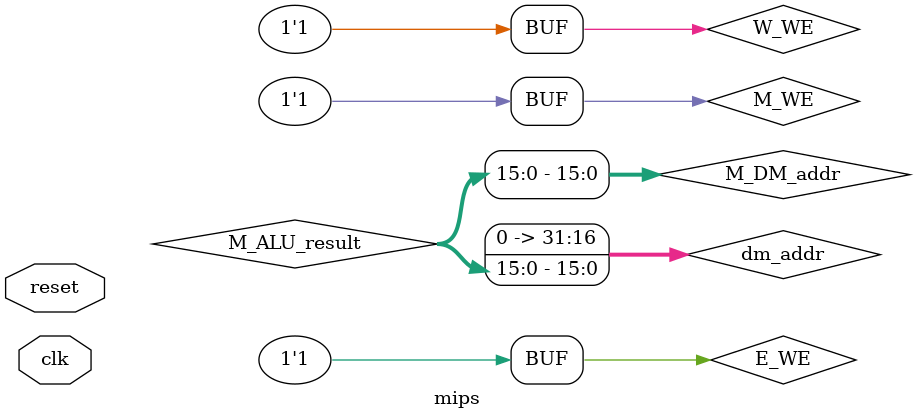
<source format=v>
`timescale 1ns / 1ps
module mips(
   input clk,
   input reset
);
//stop
wire stop;
//forward
wire [31:0] D_Forward_RD2,D_Forward_RD1,E_Forward_RD2,E_Forward_RD1,M_Forward_RD2;
//****************************** F ******************************
//IFU
wire [31:0] F_NPC;
wire [31:0] F_PC;
wire [31:0] F_command;
wire PC_WE;
assign F_NPC = (D_zero === 1) ?(D_PC + 4 + {{14{D_imm15[15]}},D_imm15,2'b00})://beq
               (D_PC_op === 2)?({D_PC[31:28],D_imm25,2'b00})://jal
               (D_PC_op === 3)?(D_Forward_RD1)://jr
               (F_PC + 4);//???
assign PC_WE = (stop == 0); 
IFU IFUuut (
	.res(reset), //input
	.clk(clk), 
	.NPC(F_NPC),
    .PC_WE(PC_WE),
	.PC(F_PC), //output
	.command(F_command)
	);

//****************************** D ******************************
wire D_WE;
assign D_WE = (stop == 0);
wire [31:0] D_PC;
wire [31:0] D_command;
//D_REG
D_REG D (
	.clk(clk), //input
	.res(reset), //delay branching will carry out the next command anyway!
	.F_command(F_command), 
	.F_PC(F_PC), 
    .D_WE(D_WE), 
	.D_command(D_command),//output 
	.D_PC(D_PC)
	);
//D_CTR
wire [4:0] D_rs,D_rt;
wire [15:0] D_imm15;
wire [25:0] D_imm25;
wire [1:0] D_EXT_op,D_PC_op;
wire [1:0] T_use_rs,T_use_rt;
CTR D_CTR (
    .stage(2'b00), //input
	.command(D_command),
	.rs(D_rs), //output
	.rt(D_rt), 
	.imm15(D_imm15), 
	.imm25(D_imm25), 
	.EXT_op(D_EXT_op),
    .PC_op(D_PC_op),
    .T_use_rs(T_use_rs),
    .T_use_rt(T_use_rt)
	);
//GRF
wire [4:0] D_A1;
wire [4:0] D_A2;
wire [31:0] D_RD1;
wire [31:0] D_RD2;
assign D_A1 = D_rs;
assign D_A2 = D_rt;
//CMP
wire D_zero;
CMP CMPuut (
    .RD1(D_Forward_RD1),
    .RD2(D_Forward_RD2),
    .PC_op(D_PC_op),
    .zero(D_zero)
    );
wire W_GRF_WE;//W!!!
wire [4:0] W_A3;
wire [31:0] W_WD;
GRF GRFuut (
	.GRF_WE(W_GRF_WE), //input
	.res(reset), 
	.clk(clk), 
	.A1(D_A1), 
	.A2(D_A2), 
	.A3(W_A3), 
	.WD(W_WD), 
	.RD1(D_RD1), //output
	.RD2(D_RD2)
    );
wire [31:0] D_EXT_out;
EXT EXTuut (
	.imm(D_imm15), //input
	.EXT_op(D_EXT_op), 
	.EXT_out(D_EXT_out) //output
    );
//****************************** E ******************************
wire E_WE;
assign E_WE = 1;//???
wire [31:0] E_PC;
wire [31:0] E_command;
wire [31:0] E_EXT_out;
wire [31:0] E_RD1,E_RD2,E_WD;
//E_REG
E_REG E (
	.clk(clk), 
	.res(reset|stop), //clear when stopped
	.E_WE(E_WE), 
	.D_command(D_command), 
	.D_PC(D_PC), 
	.D_EXT_out(D_EXT_out), 
	.D_RD1(D_Forward_RD1), 
	.D_RD2(D_Forward_RD2), 
	.E_command(E_command), 
	.E_PC(E_PC), 
	.E_EXT_out(E_EXT_out), 
	.E_RD1(E_RD1), 
	.E_RD2(E_RD2)
	);
//E_CRT
wire E_ALU_src;
wire [1:0] E_ALU_op,E_T_new,E_GRF_data;
wire [4:0] E_rs,E_rt,E_A3,E_A3_target;
CTR E_CTR (
    .stage(2'b01),
	.command(E_command), 
	.ALU_op(E_ALU_op), 
    .GRF_data(E_GRF_data),
	.ALU_src(E_ALU_src),
    .T_new(E_T_new),
    .A3(E_A3),
    .A3_target(E_A3_target),
    .rs(E_rs),
    .rt(E_rt)
	);
//ALU
wire [31:0] E_A;
wire [31:0] E_B;
wire [31:0] E_ALU_result;
assign E_A = E_Forward_RD1;
assign E_B = (E_ALU_src == 0)?E_Forward_RD2:E_EXT_out;
ALU ALUuut (
	.A(E_A), //input
	.B(E_B), 
	.ALU_op(E_ALU_op), 
	.result(E_ALU_result) //output
	);
assign E_WD = (E_GRF_data == 2)?(E_PC + 8):0;
//****************************** M ******************************
wire M_WE;
assign M_WE = 1;//???
wire [31:0] M_PC;
wire [31:0] M_command;
wire [31:0] M_EXT_out;
wire [31:0] M_ALU_result;
wire [31:0] M_RD2,M_WD;
//M_REG
M_REG M (
	.clk(clk), 
	.res(reset), 
	.M_WE(M_WE), 
	.E_command(E_command), 
	.E_PC(E_PC), 
	.E_EXT_out(E_EXT_out), 
	.E_ALU_result(E_ALU_result), 
	.E_RD2(E_Forward_RD2), 
	.M_command(M_command), 
	.M_PC(M_PC), 
	.M_EXT_out(M_EXT_out), 
	.M_ALU_result(M_ALU_result), 
	.M_RD2(M_RD2)
	);
//M_CRT
wire M_DM_WE;
wire [1:0] M_T_new,M_GRF_data;
wire [4:0] M_rs,M_rt,M_A3,M_A3_target;
CTR M_CRT (
    .stage(2'b10),
	.command(M_command), 
	.DM_WE(M_DM_WE),
    .T_new(M_T_new),
    .GRF_data(M_GRF_data),
    .A3(M_A3),
    .A3_target(M_A3_target),
    .rs(M_rs),
    .rt(M_rt)
	);
//DM
wire [15:0] M_DM_addr;
wire [31:0] M_DM_data;
wire [31:0] M_DM_out;
assign M_DM_addr = M_ALU_result[15:0];
assign M_DM_data = M_Forward_RD2;
DM DMuut (
	.DM_WE(M_DM_WE), //input
	.res(reset), 
	.clk(clk), 
	.DM_addr(M_DM_addr), 
	.DM_data(M_DM_data), 
	.DM_out(M_DM_out)//output
    );
assign M_WD = (M_GRF_data == 0)?M_ALU_result:
              (M_GRF_data == 2)?(M_PC + 8):0;
//****************************** W ******************************
wire W_WE;
assign W_WE = 1;//???
wire [31:0] W_PC;
wire [31:0] W_command;
wire [31:0] W_ALU_result;
wire [31:0] W_DM_out;
wire [1:0] W_GRF_addr,W_GRF_data;
wire [4:0] W_rt,W_rd;
W_REG W (
	.clk(clk), 
	.res(reset), 
	.W_WE(W_WE), 
    .M_command(M_command), 
	.M_PC(M_PC), 
	.M_DM_out(M_DM_out), 
	.M_ALU_result(M_ALU_result), 
	.W_command(W_command), 
	.W_PC(W_PC), 
	.W_DM_out(W_DM_out), 
	.W_ALU_result(W_ALU_result)
	);
wire [1:0] W_T_new;
CTR W_CTR (
    .stage(2'b11),
	.command(W_command), 
	.GRF_WE(W_GRF_WE), 
	.GRF_data(W_GRF_data),
    .T_new(W_T_new),
    .A3(W_A3)
	);

assign W_WD = (W_GRF_data == 0)?W_ALU_result:
              (W_GRF_data == 1)?W_DM_out:
              (W_GRF_data == 2)?(W_PC + 8):0;//???


wire [31:0] dm_addr;
assign dm_addr = {{16'b0},M_DM_addr};
always @(posedge clk) begin
	if (reset == 0) begin
		if (W_GRF_WE) begin
			$display("@%h: $%d <= %h", W_PC, W_A3, W_WD);
		end
		if (M_DM_WE) begin
			$display("@%h: *%h <= %h", M_PC, dm_addr, M_DM_data);
		end
	end
end
//****************************** Stop ******************************
STOP STOP_judge (
	.T_use_rs(T_use_rs), 
	.T_use_rt(T_use_rt), 
	.E_T_new(E_T_new), 
	.M_T_new(M_T_new), 
	.W_T_new(W_T_new), 
	.D_rs(D_rs), 
	.D_rt(D_rt), 
	.E_A3(E_A3_target), 
	.M_A3(M_A3_target), 
	.stop(stop)
	);
//****************************** Forward ******************************
//E/M-->D
assign D_Forward_RD1 = (D_rs == 0)? 0:
                       (D_rs == E_A3)? E_WD:
                       (D_rs == M_A3)? M_WD:D_RD1;
assign D_Forward_RD2 = (D_rt == 0)? 0:
                       (D_rt == E_A3)? E_WD:
                       (D_rt == M_A3)? M_WD:D_RD2;
//M/W-->E
assign E_Forward_RD1 = (E_rs == 0)?0:
                       (E_rs == M_A3)? M_WD:
                       (E_rs == W_A3)? W_WD:E_RD1;
assign E_Forward_RD2 = (E_rt == 0)?0:
                       (E_rt == M_A3)? M_WD:
                       (E_rt == W_A3)? W_WD:E_RD2;
//W-->M
assign M_Forward_RD2 = (M_rt == 0)?0:
                       (M_rt == W_A3)? W_WD:M_RD2;

endmodule
</source>
